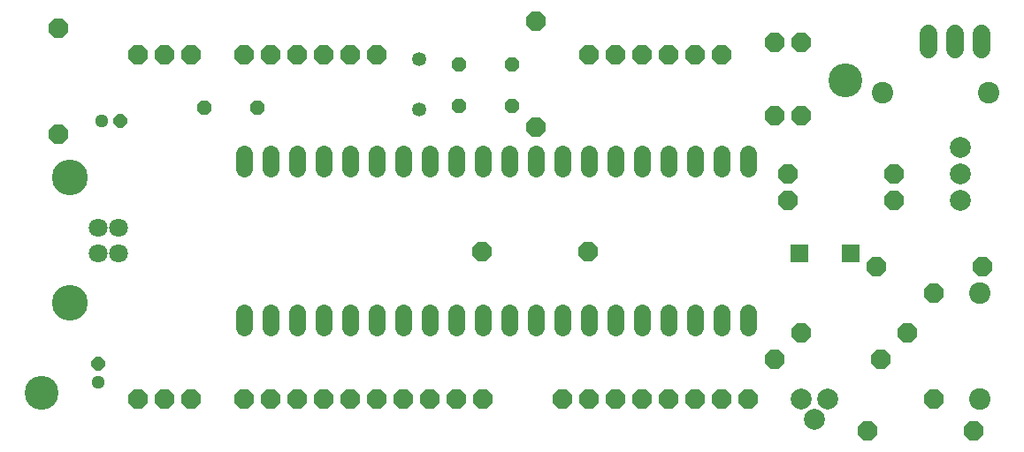
<source format=gbs>
G75*
%MOIN*%
%OFA0B0*%
%FSLAX25Y25*%
%IPPOS*%
%LPD*%
%AMOC8*
5,1,8,0,0,1.08239X$1,22.5*
%
%ADD10OC8,0.05100*%
%ADD11C,0.05100*%
%ADD12OC8,0.05300*%
%ADD13C,0.08100*%
%ADD14C,0.06500*%
%ADD15C,0.07100*%
%ADD16C,0.13500*%
%ADD17OC8,0.07500*%
%ADD18OC8,0.07100*%
%ADD19C,0.05300*%
%ADD20C,0.07900*%
%ADD21C,0.06350*%
%ADD22R,0.06500X0.06500*%
%ADD23C,0.12768*%
D10*
X0050613Y0045984D03*
X0059113Y0137484D03*
D11*
X0052113Y0137484D03*
X0050613Y0038984D03*
D12*
X0090613Y0142484D03*
X0110613Y0142484D03*
X0186518Y0143232D03*
X0206518Y0143232D03*
X0206518Y0158980D03*
X0186518Y0158980D03*
D13*
X0346361Y0148154D03*
X0386361Y0148154D03*
X0382935Y0072484D03*
X0382935Y0032484D03*
D14*
X0383644Y0164681D02*
X0383644Y0170681D01*
X0373644Y0170681D02*
X0373644Y0164681D01*
X0363644Y0164681D02*
X0363644Y0170681D01*
D15*
X0058413Y0097406D03*
X0050613Y0097406D03*
X0050613Y0087563D03*
X0058413Y0087563D03*
D16*
X0039913Y0068784D03*
X0039913Y0116184D03*
D17*
X0065613Y0032484D03*
X0075613Y0032484D03*
X0085613Y0032484D03*
X0105613Y0032484D03*
X0115613Y0032484D03*
X0125613Y0032484D03*
X0135613Y0032484D03*
X0145613Y0032484D03*
X0155613Y0032484D03*
X0165613Y0032484D03*
X0175613Y0032484D03*
X0185613Y0032484D03*
X0195613Y0032484D03*
X0225613Y0032484D03*
X0235613Y0032484D03*
X0245613Y0032484D03*
X0255613Y0032484D03*
X0265613Y0032484D03*
X0275613Y0032484D03*
X0285613Y0032484D03*
X0295613Y0032484D03*
X0285613Y0162484D03*
X0275613Y0162484D03*
X0265613Y0162484D03*
X0255613Y0162484D03*
X0245613Y0162484D03*
X0235613Y0162484D03*
X0155613Y0162484D03*
X0145613Y0162484D03*
X0135613Y0162484D03*
X0125613Y0162484D03*
X0115613Y0162484D03*
X0105613Y0162484D03*
X0085613Y0162484D03*
X0075613Y0162484D03*
X0065613Y0162484D03*
D18*
X0035613Y0172484D03*
X0035613Y0132484D03*
X0195416Y0088114D03*
X0235416Y0088114D03*
X0310613Y0107484D03*
X0310613Y0117484D03*
X0350613Y0117484D03*
X0350613Y0107484D03*
X0344038Y0082484D03*
X0365613Y0072484D03*
X0384038Y0082484D03*
X0355613Y0057484D03*
X0345613Y0047484D03*
X0315613Y0057484D03*
X0305613Y0047484D03*
X0340613Y0020516D03*
X0365613Y0032484D03*
X0380613Y0020516D03*
X0215613Y0135437D03*
X0215613Y0175437D03*
X0305613Y0167327D03*
X0315613Y0167327D03*
X0315613Y0139768D03*
X0305613Y0139768D03*
D19*
X0171597Y0141921D03*
X0171597Y0160921D03*
D20*
X0375613Y0127484D03*
X0375613Y0117484D03*
X0375613Y0107484D03*
X0325613Y0032484D03*
X0315613Y0032484D03*
X0320613Y0024984D03*
D21*
X0295613Y0059559D02*
X0295613Y0065409D01*
X0285613Y0065409D02*
X0285613Y0059559D01*
X0275613Y0059559D02*
X0275613Y0065409D01*
X0265613Y0065409D02*
X0265613Y0059559D01*
X0255613Y0059559D02*
X0255613Y0065409D01*
X0245613Y0065409D02*
X0245613Y0059559D01*
X0235613Y0059559D02*
X0235613Y0065409D01*
X0225613Y0065409D02*
X0225613Y0059559D01*
X0215613Y0059559D02*
X0215613Y0065409D01*
X0205613Y0065409D02*
X0205613Y0059559D01*
X0195613Y0059559D02*
X0195613Y0065409D01*
X0185613Y0065409D02*
X0185613Y0059559D01*
X0175613Y0059559D02*
X0175613Y0065409D01*
X0165613Y0065409D02*
X0165613Y0059559D01*
X0155613Y0059559D02*
X0155613Y0065409D01*
X0145613Y0065409D02*
X0145613Y0059559D01*
X0135613Y0059559D02*
X0135613Y0065409D01*
X0125613Y0065409D02*
X0125613Y0059559D01*
X0115613Y0059559D02*
X0115613Y0065409D01*
X0105613Y0065409D02*
X0105613Y0059559D01*
X0105613Y0119559D02*
X0105613Y0125409D01*
X0115613Y0125409D02*
X0115613Y0119559D01*
X0125613Y0119559D02*
X0125613Y0125409D01*
X0135613Y0125409D02*
X0135613Y0119559D01*
X0145613Y0119559D02*
X0145613Y0125409D01*
X0155613Y0125409D02*
X0155613Y0119559D01*
X0165613Y0119559D02*
X0165613Y0125409D01*
X0175613Y0125409D02*
X0175613Y0119559D01*
X0185613Y0119559D02*
X0185613Y0125409D01*
X0195613Y0125409D02*
X0195613Y0119559D01*
X0205613Y0119559D02*
X0205613Y0125409D01*
X0215613Y0125409D02*
X0215613Y0119559D01*
X0225613Y0119559D02*
X0225613Y0125409D01*
X0235613Y0125409D02*
X0235613Y0119559D01*
X0245613Y0119559D02*
X0245613Y0125409D01*
X0255613Y0125409D02*
X0255613Y0119559D01*
X0265613Y0119559D02*
X0265613Y0125409D01*
X0275613Y0125409D02*
X0275613Y0119559D01*
X0285613Y0119559D02*
X0285613Y0125409D01*
X0295613Y0125409D02*
X0295613Y0119559D01*
D22*
X0315047Y0087634D03*
X0334210Y0087634D03*
D23*
X0332345Y0153075D03*
X0029195Y0034965D03*
M02*

</source>
